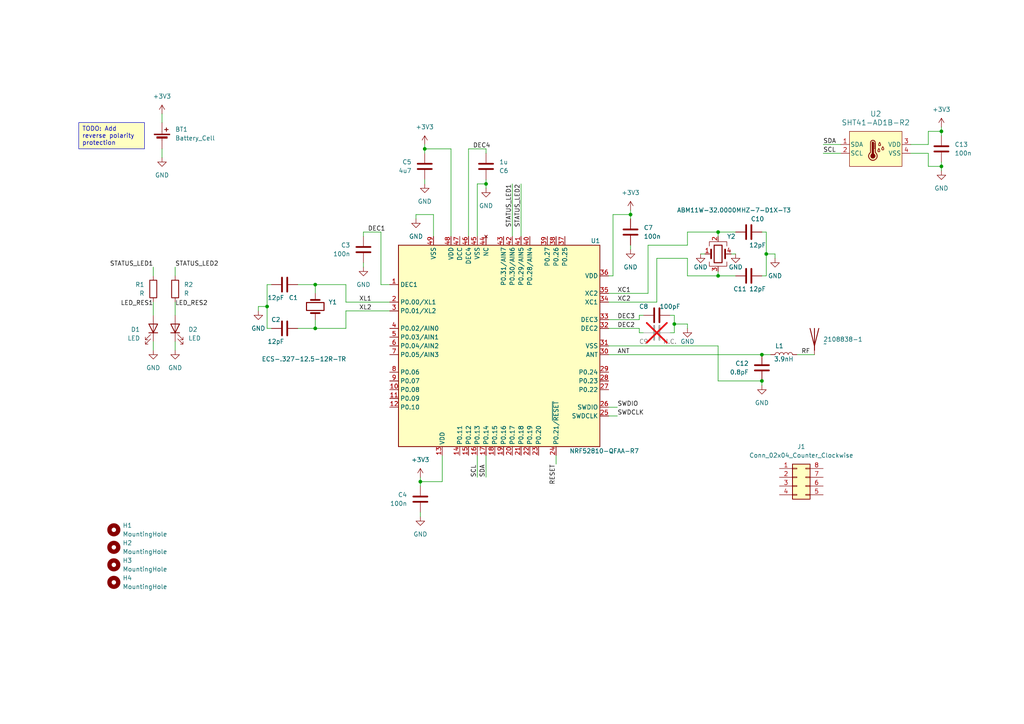
<source format=kicad_sch>
(kicad_sch (version 20230121) (generator eeschema)
  (paper "A4")
  (lib_symbols
    (symbol "Connector_Generic:Conn_02x04_Counter_Clockwise" (pin_names (offset 1.016) hide)
      (property "Reference" "J" (at 1.27 5.08 0))
      (property "Value" "Conn_02x04_Counter_Clockwise" (at 1.27 -7.62 0))
      (symbol "Conn_02x04_Counter_Clockwise_1_1"
        (rectangle (start -1.27 -4.953) (end 0 -5.207) (stroke (width 0.1524)))
        (rectangle (start -1.27 -2.413) (end 0 -2.667) (stroke (width 0.1524)))
        (rectangle (start -1.27 0.127) (end 0 -0.127) (stroke (width 0.1524)))
        (rectangle (start -1.27 2.667) (end 0 2.413) (stroke (width 0.1524)))
        (rectangle (start -1.27 3.81) (end 3.81 -6.35) (stroke (width 0.254)) (fill (type background)))
        (rectangle (start 3.81 -4.953) (end 2.54 -5.207) (stroke (width 0.1524)))
        (rectangle (start 3.81 -2.413) (end 2.54 -2.667) (stroke (width 0.1524)))
        (rectangle (start 3.81 0.127) (end 2.54 -0.127) (stroke (width 0.1524)))
        (rectangle (start 3.81 2.667) (end 2.54 2.413) (stroke (width 0.1524)))
        (pin passive line (at -5.08 2.54 0) (length 3.81) (name "Pin_1") (number "1"))
        (pin passive line (at -5.08 0 0) (length 3.81) (name "Pin_2") (number "2"))
        (pin passive line (at -5.08 -2.54 0) (length 3.81) (name "Pin_3") (number "3"))
        (pin passive line (at -5.08 -5.08 0) (length 3.81) (name "Pin_4") (number "4"))
        (pin passive line (at 7.62 -5.08 180) (length 3.81) (name "Pin_5") (number "5"))
        (pin passive line (at 7.62 -2.54 180) (length 3.81) (name "Pin_6") (number "6"))
        (pin passive line (at 7.62 0 180) (length 3.81) (name "Pin_7") (number "7"))
        (pin passive line (at 7.62 2.54 180) (length 3.81) (name "Pin_8") (number "8"))
      )
    )
    (symbol "Device:Antenna" (pin_numbers hide) (pin_names (offset 1.016) hide)
      (property "Reference" "AE" (at -1.905 1.905 0))
      (property "Value" "Antenna" (at -1.905 0 0))
      (symbol "Antenna_0_1"
        (polyline (pts (xy 0 2.54) (xy 0 -3.81)) (stroke (width 0.254)))
        (polyline (pts (xy 1.27 2.54) (xy 0 -2.54) (xy -1.27 2.54)) (stroke (width 0.254)))
      )
      (symbol "Antenna_1_1"
        (pin input line (at 0 -5.08 90) (length 2.54) (name "A") (number "1"))
      )
    )
    (symbol "Device:Battery_Cell" (pin_numbers hide) (pin_names (offset 0) hide)
      (property "Reference" "BT" (at 2.54 2.54 0))
      (property "Value" "Battery_Cell" (at 2.54 0 0))
      (symbol "Battery_Cell_0_1"
        (rectangle (start -2.286 1.778) (end 2.286 1.524) (fill (type outline)))
        (rectangle (start -1.524 1.016) (end 1.524 0.508) (fill (type outline)))
        (polyline (pts (xy 0 0.762) (xy 0 0)))
        (polyline (pts (xy 0 1.778) (xy 0 2.54)))
        (polyline (pts (xy 0.762 3.048) (xy 1.778 3.048)) (stroke (width 0.254)))
        (polyline (pts (xy 1.27 3.556) (xy 1.27 2.54)) (stroke (width 0.254)))
      )
      (symbol "Battery_Cell_1_1"
        (pin passive line (at 0 5.08 270) (length 2.54) (name "+") (number "1"))
        (pin passive line (at 0 -2.54 90) (length 2.54) (name "-") (number "2"))
      )
    )
    (symbol "Device:C" (pin_numbers hide) (pin_names (offset 0.254))
      (property "Reference" "C" (at 0.635 2.54 0))
      (property "Value" "C" (at 0.635 -2.54 0))
      (symbol "C_0_1"
        (polyline (pts (xy -2.032 -0.762) (xy 2.032 -0.762)) (stroke (width 0.508)))
        (polyline (pts (xy -2.032 0.762) (xy 2.032 0.762)) (stroke (width 0.508)))
      )
      (symbol "C_1_1"
        (pin passive line (at 0 3.81 270) (length 2.794) (name "~") (number "1"))
        (pin passive line (at 0 -3.81 90) (length 2.794) (name "~") (number "2"))
      )
    )
    (symbol "Device:Crystal" (pin_numbers hide) (pin_names (offset 1.016) hide)
      (property "Reference" "Y" (at 0 3.81 0))
      (property "Value" "Crystal" (at 0 -3.81 0))
      (symbol "Crystal_0_1"
        (rectangle (start -1.143 2.54) (end 1.143 -2.54) (stroke (width 0.3048)))
        (polyline (pts (xy -2.54 0) (xy -1.905 0)))
        (polyline (pts (xy -1.905 -1.27) (xy -1.905 1.27)) (stroke (width 0.508)))
        (polyline (pts (xy 1.905 -1.27) (xy 1.905 1.27)) (stroke (width 0.508)))
        (polyline (pts (xy 2.54 0) (xy 1.905 0)))
      )
      (symbol "Crystal_1_1"
        (pin passive line (at -3.81 0 0) (length 1.27) (name "1") (number "1"))
        (pin passive line (at 3.81 0 180) (length 1.27) (name "2") (number "2"))
      )
    )
    (symbol "Device:Crystal_GND23" (pin_names (offset 1.016) hide)
      (property "Reference" "Y" (at 3.175 5.08 0))
      (property "Value" "Crystal_GND23" (at 3.175 3.175 0))
      (symbol "Crystal_GND23_0_1"
        (rectangle (start -1.143 2.54) (end 1.143 -2.54) (stroke (width 0.3048)))
        (polyline (pts (xy -2.54 0) (xy -2.032 0)))
        (polyline (pts (xy -2.032 -1.27) (xy -2.032 1.27)) (stroke (width 0.508)))
        (polyline (pts (xy 0 -3.81) (xy 0 -3.556)))
        (polyline (pts (xy 0 3.556) (xy 0 3.81)))
        (polyline (pts (xy 2.032 -1.27) (xy 2.032 1.27)) (stroke (width 0.508)))
        (polyline (pts (xy 2.032 0) (xy 2.54 0)))
        (polyline (pts (xy -2.54 -2.286) (xy -2.54 -3.556) (xy 2.54 -3.556) (xy 2.54 -2.286)))
        (polyline (pts (xy -2.54 2.286) (xy -2.54 3.556) (xy 2.54 3.556) (xy 2.54 2.286)))
      )
      (symbol "Crystal_GND23_1_1"
        (pin passive line (at -3.81 0 0) (length 1.27) (name "1") (number "1"))
        (pin passive line (at 0 5.08 270) (length 1.27) (name "2") (number "2"))
        (pin passive line (at 0 -5.08 90) (length 1.27) (name "3") (number "3"))
        (pin passive line (at 3.81 0 180) (length 1.27) (name "4") (number "4"))
      )
    )
    (symbol "Device:L" (pin_numbers hide) (pin_names (offset 1.016) hide)
      (property "Reference" "L" (at -1.27 0 90))
      (property "Value" "L" (at 1.905 0 90))
      (symbol "L_0_1"
        (arc (start 0 -2.54) (mid 0.6323 -1.905) (end 0 -1.27))
        (arc (start 0 -1.27) (mid 0.6323 -0.635) (end 0 0))
        (arc (start 0 0) (mid 0.6323 0.635) (end 0 1.27))
        (arc (start 0 1.27) (mid 0.6323 1.905) (end 0 2.54))
      )
      (symbol "L_1_1"
        (pin passive line (at 0 3.81 270) (length 1.27) (name "1") (number "1"))
        (pin passive line (at 0 -3.81 90) (length 1.27) (name "2") (number "2"))
      )
    )
    (symbol "Device:LED" (pin_numbers hide) (pin_names (offset 1.016) hide)
      (property "Reference" "D" (at 0 2.54 0))
      (property "Value" "LED" (at 0 -2.54 0))
      (symbol "LED_0_1"
        (polyline (pts (xy -1.27 -1.27) (xy -1.27 1.27)) (stroke (width 0.254)))
        (polyline (pts (xy -1.27 0) (xy 1.27 0)))
        (polyline (pts (xy 1.27 -1.27) (xy 1.27 1.27) (xy -1.27 0) (xy 1.27 -1.27)) (stroke (width 0.254)))
        (polyline (pts (xy -3.048 -0.762) (xy -4.572 -2.286) (xy -3.81 -2.286) (xy -4.572 -2.286) (xy -4.572 -1.524)))
        (polyline (pts (xy -1.778 -0.762) (xy -3.302 -2.286) (xy -2.54 -2.286) (xy -3.302 -2.286) (xy -3.302 -1.524)))
      )
      (symbol "LED_1_1"
        (pin passive line (at -3.81 0 0) (length 2.54) (name "K") (number "1"))
        (pin passive line (at 3.81 0 180) (length 2.54) (name "A") (number "2"))
      )
    )
    (symbol "Device:R" (pin_numbers hide) (pin_names (offset 0))
      (property "Reference" "R" (at 2.032 0 90))
      (property "Value" "R" (at 0 0 90))
      (symbol "R_0_1"
        (rectangle (start -1.016 -2.54) (end 1.016 2.54) (stroke (width 0.254)))
      )
      (symbol "R_1_1"
        (pin passive line (at 0 3.81 270) (length 1.27) (name "~") (number "1"))
        (pin passive line (at 0 -3.81 90) (length 1.27) (name "~") (number "2"))
      )
    )
    (symbol "Mechanical:MountingHole" (pin_names (offset 1.016))
      (property "Reference" "H" (at 0 5.08 0))
      (property "Value" "MountingHole" (at 0 3.175 0))
      (symbol "MountingHole_0_1"
        (circle (center 0 0) (radius 1.27) (stroke (width 1.27)))
      )
    )
    (symbol "encyclopedia_galactica:NRF52810-QFAA-R7"
      (property "Reference" "U" (at 0 54.61 0))
      (property "Value" "NRF52810-QFAA-R7" (at 0 52.07 0))
      (symbol "NRF52810-QFAA-R7_0_1"
        (rectangle (start -29.21 29.21) (end 29.21 -29.21) (stroke (width 0.254)) (fill (type background)))
      )
      (symbol "NRF52810-QFAA-R7_1_1"
        (pin passive line (at -31.75 17.78 0) (length 2.54) (name "DEC1") (number "1"))
        (pin bidirectional line (at -31.75 -12.7 0) (length 2.54) (name "P0.08") (number "10"))
        (pin bidirectional line (at -31.75 -15.24 0) (length 2.54) (name "P0.09") (number "11"))
        (pin bidirectional line (at -31.75 -17.78 0) (length 2.54) (name "P0.10") (number "12"))
        (pin power_in line (at -16.51 -31.75 90) (length 2.54) (name "VDD") (number "13"))
        (pin bidirectional line (at -11.43 -31.75 90) (length 2.54) (name "P0.11") (number "14"))
        (pin bidirectional line (at -8.89 -31.75 90) (length 2.54) (name "P0.12") (number "15"))
        (pin bidirectional line (at -6.35 -31.75 90) (length 2.54) (name "P0.13") (number "16"))
        (pin bidirectional line (at -3.81 -31.75 90) (length 2.54) (name "P0.14") (number "17"))
        (pin bidirectional line (at -1.27 -31.75 90) (length 2.54) (name "P0.15") (number "18"))
        (pin bidirectional line (at 1.27 -31.75 90) (length 2.54) (name "P0.16") (number "19"))
        (pin bidirectional line (at -31.75 12.7 0) (length 2.54) (name "P0.00/XL1") (number "2"))
        (pin bidirectional line (at 3.81 -31.75 90) (length 2.54) (name "P0.17") (number "20"))
        (pin bidirectional line (at 6.35 -31.75 90) (length 2.54) (name "P0.18") (number "21"))
        (pin bidirectional line (at 8.89 -31.75 90) (length 2.54) (name "P0.19") (number "22"))
        (pin bidirectional line (at 11.43 -31.75 90) (length 2.54) (name "P0.20") (number "23"))
        (pin bidirectional line (at 16.51 -31.75 90) (length 2.54) (name "P0.21/~{RESET}") (number "24"))
        (pin input line (at 31.75 -20.32 180) (length 2.54) (name "SWDCLK") (number "25"))
        (pin bidirectional line (at 31.75 -17.78 180) (length 2.54) (name "SWDIO") (number "26"))
        (pin bidirectional line (at 31.75 -12.7 180) (length 2.54) (name "P0.22") (number "27"))
        (pin bidirectional line (at 31.75 -10.16 180) (length 2.54) (name "P0.23") (number "28"))
        (pin bidirectional line (at 31.75 -7.62 180) (length 2.54) (name "P0.24") (number "29"))
        (pin bidirectional line (at -31.75 10.16 0) (length 2.54) (name "P0.01/XL2") (number "3"))
        (pin passive line (at 31.75 -2.54 180) (length 2.54) (name "ANT") (number "30"))
        (pin power_in line (at 31.75 0 180) (length 2.54) (name "VSS") (number "31"))
        (pin passive line (at 31.75 5.08 180) (length 2.54) (name "DEC2") (number "32"))
        (pin passive line (at 31.75 7.62 180) (length 2.54) (name "DEC3") (number "33"))
        (pin input line (at 31.75 12.7 180) (length 2.54) (name "XC1") (number "34"))
        (pin input line (at 31.75 15.24 180) (length 2.54) (name "XC2") (number "35"))
        (pin passive line (at 31.75 20.32 180) (length 2.54) (name "VDD") (number "36"))
        (pin bidirectional line (at 19.05 31.75 270) (length 2.54) (name "P0.25") (number "37"))
        (pin bidirectional line (at 16.51 31.75 270) (length 2.54) (name "P0.26") (number "38"))
        (pin bidirectional line (at 13.97 31.75 270) (length 2.54) (name "P0.27") (number "39"))
        (pin bidirectional line (at -31.75 5.08 0) (length 2.54) (name "P0.02/AIN0") (number "4"))
        (pin bidirectional line (at 8.89 31.75 270) (length 2.54) (name "P0.28/AIN4") (number "40"))
        (pin bidirectional line (at 6.35 31.75 270) (length 2.54) (name "P0.29/AIN5") (number "41"))
        (pin bidirectional line (at 3.81 31.75 270) (length 2.54) (name "P0.30/AIN6") (number "42"))
        (pin bidirectional line (at 1.27 31.75 270) (length 2.54) (name "P0.31/AIN7") (number "43"))
        (pin no_connect line (at -3.81 31.75 270) (length 2.54) (name "NC") (number "44"))
        (pin passive line (at -6.35 31.75 270) (length 2.54) (name "VSS") (number "45"))
        (pin passive line (at -8.89 31.75 270) (length 2.54) (name "DEC4") (number "46"))
        (pin power_out line (at -11.43 31.75 270) (length 2.54) (name "DCC") (number "47"))
        (pin passive line (at -13.97 31.75 270) (length 2.54) (name "VDD") (number "48"))
        (pin passive line (at -19.05 31.75 270) (length 2.54) (name "VSS") (number "49"))
        (pin bidirectional line (at -31.75 2.54 0) (length 2.54) (name "P0.03/AIN1") (number "5"))
        (pin bidirectional line (at -31.75 0 0) (length 2.54) (name "P0.04/AIN2") (number "6"))
        (pin bidirectional line (at -31.75 -2.54 0) (length 2.54) (name "P0.05/AIN3") (number "7"))
        (pin bidirectional line (at -31.75 -7.62 0) (length 2.54) (name "P0.06") (number "8"))
        (pin bidirectional line (at -31.75 -10.16 0) (length 2.54) (name "P0.07") (number "9"))
      )
    )
    (symbol "encyclopedia_galactica:SHT41-AD1B-R2" (pin_names (offset 0.254))
      (property "Reference" "U" (at 0 13.97 0))
      (property "Value" "SHT41-AD1B-R2" (at 0 11.43 0))
      (symbol "SHT41-AD1B-R2_0_0"
        (polyline (pts (xy -0.7782 -2.7679) (xy -0.7538 -2.7614) (xy -0.6273 -2.7452) (xy -0.5713 -2.733) (xy -0.4386 -2.65) (xy -0.3005 -2.5149) (xy -0.1862 -2.3589) (xy -0.1253 -2.2133) (xy -0.1122 -1.9777) (xy -0.1841 -1.7536) (xy -0.3553 -1.5359) (xy -0.5465 -1.3446) (xy -0.5465 0.2882) (xy -0.5465 1.9209) (xy -0.6855 2.012) (xy -0.7691 2.0613) (xy -0.8546 2.0708) (xy -0.9634 2.012) (xy -1.1023 1.9209) (xy -1.1023 0.2767) (xy -1.1023 -1.3675) (xy -1.2424 -1.4777) (xy -1.2888 -1.5171) (xy -1.4497 -1.7284) (xy -1.5229 -1.9679) (xy -1.5126 -2.2124) (xy -1.4228 -2.4384) (xy -1.2576 -2.6226) (xy -1.0211 -2.7416) (xy -0.8813 -2.7694) (xy -0.7782 -2.7679)) (stroke (width 0.01)) (fill (type outline)))
        (polyline (pts (xy 2.1727 -0.3391) (xy 2.3119 -0.2679) (xy 2.3683 -0.175) (xy 2.3992 -0.0278) (xy 2.3871 0.0546) (xy 2.337 0.2108) (xy 2.2619 0.3868) (xy 2.177 0.5511) (xy 2.0973 0.6727) (xy 2.0379 0.7202) (xy 1.9994 0.6955) (xy 1.9245 0.5928) (xy 1.8393 0.4391) (xy 1.7593 0.2658) (xy 1.6999 0.1045) (xy 1.6767 -0.0135) (xy 1.6805 -0.0349) (xy 1.7878 -0.0349) (xy 1.7977 0.0177) (xy 1.8421 0.1542) (xy 1.9103 0.3256) (xy 2.0328 0.6103) (xy 2.1597 0.3359) (xy 2.2226 0.1922) (xy 2.2764 0.0231) (xy 2.275 -0.0919) (xy 2.2213 -0.1774) (xy 2.1655 -0.214) (xy 2.0379 -0.2441) (xy 1.9584 -0.2324) (xy 1.8367 -0.1559) (xy 1.7878 -0.0349) (xy 1.6805 -0.0349) (xy 1.6952 -0.1171) (xy 1.7686 -0.2536) (xy 1.8305 -0.3015) (xy 1.9945 -0.3498) (xy 2.1727 -0.3391)) (stroke (width 0.01)) (fill (type outline)))
        (polyline (pts (xy 1.2779 0.8852) (xy 1.3876 0.9342) (xy 1.439 1.0346) (xy 1.4494 1.2197) (xy 1.4056 1.4476) (xy 1.3104 1.6903) (xy 1.2438 1.815) (xy 1.1682 1.9333) (xy 1.1209 1.9791) (xy 1.087 1.9506) (xy 1.016 1.8457) (xy 0.9313 1.6903) (xy 0.8493 1.4902) (xy 0.7962 1.2577) (xy 0.7964 1.2083) (xy 0.8985 1.2083) (xy 0.907 1.2863) (xy 0.947 1.4367) (xy 1.0063 1.5899) (xy 1.0699 1.7089) (xy 1.1227 1.7568) (xy 1.1687 1.7194) (xy 1.2295 1.6057) (xy 1.286 1.4514) (xy 1.3252 1.2933) (xy 1.3338 1.1679) (xy 1.3235 1.1054) (xy 1.2709 1.0212) (xy 1.1467 0.9899) (xy 1.1356 0.9889) (xy 0.987 0.994) (xy 0.9164 1.0597) (xy 0.8985 1.2083) (xy 0.7964 1.2083) (xy 0.7968 1.063) (xy 0.8541 0.9342) (xy 0.9555 0.8871) (xy 1.116 0.8695) (xy 1.2779 0.8852)) (stroke (width 0.01)) (fill (type outline)))
        (polyline (pts (xy 1.1245 -0.8535) (xy 1.1312 -0.8498) (xy 1.2085 -0.7577) (xy 1.2315 -0.5895) (xy 1.2238 -0.507) (xy 1.1823 -0.3342) (xy 1.116 -0.1464) (xy 1.038 0.0259) (xy 0.9612 0.1517) (xy 0.8985 0.2005) (xy 0.864 0.1827) (xy 0.7914 0.0847) (xy 0.7123 -0.0722) (xy 0.6397 -0.2572) (xy 0.5864 -0.4397) (xy 0.5682 -0.5702) (xy 0.6762 -0.5702) (xy 0.6847 -0.4923) (xy 0.7246 -0.3419) (xy 0.784 -0.1887) (xy 0.8476 -0.0697) (xy 0.9004 -0.0218) (xy 0.9464 -0.0591) (xy 1.0072 -0.1728) (xy 1.0637 -0.3271) (xy 1.1029 -0.4853) (xy 1.1115 -0.6106) (xy 1.1012 -0.6731) (xy 1.0485 -0.7574) (xy 0.9243 -0.7887) (xy 0.9133 -0.7897) (xy 0.7647 -0.7846) (xy 0.6941 -0.7188) (xy 0.6762 -0.5702) (xy 0.5682 -0.5702) (xy 0.5656 -0.5887) (xy 0.5845 -0.7427) (xy 0.6623 -0.851) (xy 0.7257 -0.88) (xy 0.9286 -0.906) (xy 1.1245 -0.8535)) (stroke (width 0.01)) (fill (type outline)))
        (polyline (pts (xy -0.5545 -3.3797) (xy -0.2175 -3.2426) (xy 0.0945 -2.9972) (xy 0.1243 -2.9669) (xy 0.3463 -2.6832) (xy 0.4707 -2.3844) (xy 0.5089 -2.044) (xy 0.476 -1.8294) (xy 0.3828 -1.5698) (xy 0.2505 -1.3237) (xy 0.1 -1.1376) (xy -0.0463 -1.0029) (xy -0.0464 0.4742) (xy -0.0467 0.7893) (xy -0.0488 1.1761) (xy -0.0534 1.4752) (xy -0.0614 1.7005) (xy -0.0736 1.8661) (xy -0.0909 1.986) (xy -0.1139 2.0742) (xy -0.1437 2.1447) (xy -0.2598 2.3183) (xy -0.4689 2.4887) (xy -0.7142 2.5745) (xy -0.9722 2.5687) (xy -1.2192 2.4643) (xy -1.2384 2.4513) (xy -1.3421 2.3751) (xy -1.424 2.294) (xy -1.4867 2.1948) (xy -1.5327 2.0641) (xy -1.5646 1.8887) (xy -1.585 1.6553) (xy -1.5964 1.3506) (xy -1.6014 0.9613) (xy -1.6025 0.4742) (xy -1.6026 -1.0029) (xy -1.7489 -1.1376) (xy -1.8907 -1.3105) (xy -2.0247 -1.5544) (xy -2.1208 -1.8145) (xy -2.1578 -2.044) (xy -2.1575 -2.0827) (xy -2.138 -2.2218) (xy -1.9808 -2.2218) (xy -1.9707 -1.897) (xy -1.8626 -1.5804) (xy -1.6554 -1.2905) (xy -1.4358 -1.0597) (xy -1.4358 0.4346) (xy -1.4358 0.4797) (xy -1.4346 0.9365) (xy -1.4309 1.2963) (xy -1.424 1.572) (xy -1.4133 1.7764) (xy -1.398 1.9226) (xy -1.3777 2.0235) (xy -1.3515 2.0921) (xy -1.3513 2.0925) (xy -1.216 2.2564) (xy -1.0244 2.3768) (xy -0.8244 2.4237) (xy -0.7891 2.4224) (xy -0.5709 2.3561) (xy -0.3871 2.2073) (xy -0.2603 2.0002) (xy -0.2131 1.7595) (xy -0.2144 1.7118) (xy -0.2434 1.6157) (xy -0.3242 1.59) (xy -0.389 1.5745) (xy -0.4354 1.5066) (xy -0.4147 1.458) (xy -0.3242 1.4233) (xy -0.2391 1.3933) (xy -0.2131 1.2843) (xy -0.237 1.1779) (xy -0.3242 1.1454) (xy -0.389 1.1299) (xy -0.4354 1.062) (xy -0.4147 1.0134) (xy -0.3242 0.9786) (xy -0.2391 0.9486) (xy -0.2131 0.8397) (xy -0.237 0.7333) (xy -0.3242 0.7007) (xy -0.389 0.6853) (xy -0.4354 0.6174) (xy -0.4147 0.5687) (xy -0.3242 0.534) (xy -0.2391 0.504) (xy -0.2131 0.395) (xy -0.237 0.2887) (xy -0.3242 0.2561) (xy -0.389 0.2406) (xy -0.4354 0.1727) (xy -0.4147 0.1241) (xy -0.3242 0.0894) (xy -0.3128 0.0892) (xy -0.2667 0.0778) (xy -0.2375 0.0345) (xy -0.2213 -0.0606) (xy -0.2145 -0.2272) (xy -0.2131 -0.4852) (xy -0.2131 -1.0597) (xy 0.0065 -1.2905) (xy 0.1132 -1.418) (xy 0.2758 -1.7239) (xy 0.3386 -2.0486) (xy 0.3025 -2.3736) (xy 0.168 -2.6806) (xy -0.0639 -2.9511) (xy -0.1168 -2.9941) (xy -0.3007 -3.1115) (xy -0.4755 -3.1865) (xy -0.586 -3.2131) (xy -0.9384 -3.2355) (xy -1.2628 -3.1514) (xy -1.568 -2.9592) (xy -1.7106 -2.8208) (xy -1.8938 -2.5359) (xy -1.9808 -2.2218) (xy -2.138 -2.2218) (xy -2.1106 -2.4174) (xy -1.9764 -2.7137) (xy -1.7434 -2.9978) (xy -1.5826 -3.142) (xy -1.4085 -3.2682) (xy -1.2691 -3.3395) (xy -0.9161 -3.4084) (xy -0.5545 -3.3797)) (stroke (width 0.01)) (fill (type outline)))
      )
      (symbol "SHT41-AD1B-R2_1_1"
        (rectangle (start -7.62 5.08) (end 7.62 -5.08) (fill (type background)))
        (pin bidirectional line (at -10.16 1.27 0) (length 2.54) (name "SDA") (number "1"))
        (pin input line (at -10.16 -1.27 0) (length 2.54) (name "SCL") (number "2"))
        (pin power_in line (at 10.16 1.27 180) (length 2.54) (name "VDD") (number "3"))
        (pin power_out line (at 10.16 -1.27 180) (length 2.54) (name "VSS") (number "4"))
      )
    )
    (symbol "power:+3V3" (power) (pin_names (offset 0))
      (property "Value" "+3V3" (at 0 3.556 0))
      (symbol "+3V3_0_1"
        (polyline (pts (xy -0.762 1.27) (xy 0 2.54)))
        (polyline (pts (xy 0 0) (xy 0 2.54)))
        (polyline (pts (xy 0 2.54) (xy 0.762 1.27)))
      )
      (symbol "+3V3_1_1"
        (pin power_in line (at 0 0 90) (length 0) hide (name "+3V3") (number "1"))
      )
    )
    (symbol "power:GND" (power) (pin_names (offset 0))
      (property "Value" "GND" (at 0 -3.81 0))
      (symbol "GND_0_1"
        (polyline (pts (xy 0 0) (xy 0 -1.27) (xy 1.27 -1.27) (xy 0 -2.54) (xy -1.27 -1.27) (xy 0 -1.27)))
      )
      (symbol "GND_1_1"
        (pin power_in line (at 0 0 270) (length 0) hide (name "GND") (number "1"))
      )
    )
  )
  (junction (at 208.28 67.31))
  (junction (at 220.98 110.49))
  (junction (at 140.97 53.34))
  (junction (at 220.98 102.87))
  (junction (at 91.44 95.25))
  (junction (at 273.05 48.26))
  (junction (at 121.92 139.7))
  (junction (at 182.88 62.23))
  (junction (at 208.28 80.01))
  (junction (at 77.47 88.9))
  (junction (at 195.58 93.98))
  (junction (at 91.44 82.55))
  (junction (at 273.05 38.1))
  (junction (at 222.25 73.66))
  (junction (at 123.19 43.18))
  (wire (pts (xy 105.41 76.2) (xy 105.41 77.47)))
  (wire (pts (xy 77.47 95.25) (xy 77.47 88.9)))
  (wire (pts (xy 140.97 52.07) (xy 140.97 53.34)))
  (wire (pts (xy 208.28 80.01) (xy 208.28 78.74)))
  (wire (pts (xy 138.43 132.08) (xy 138.43 138.43)))
  (wire (pts (xy 177.8 80.01) (xy 176.53 80.01)))
  (wire (pts (xy 238.76 44.45) (xy 243.84 44.45)))
  (wire (pts (xy 187.96 71.12) (xy 187.96 85.09)))
  (wire (pts (xy 123.19 52.07) (xy 123.19 53.34)))
  (wire (pts (xy 199.39 93.98) (xy 195.58 93.98)))
  (wire (pts (xy 190.5 74.93) (xy 199.39 74.93)))
  (wire (pts (xy 273.05 36.83) (xy 273.05 38.1)))
  (wire (pts (xy 91.44 82.55) (xy 91.44 85.09)))
  (wire (pts (xy 100.33 82.55) (xy 100.33 87.63)))
  (wire (pts (xy 231.14 102.87) (xy 236.22 102.87)))
  (wire (pts (xy 46.99 43.18) (xy 46.99 45.72)))
  (wire (pts (xy 148.59 53.34) (xy 148.59 68.58)))
  (wire (pts (xy 269.24 38.1) (xy 273.05 38.1)))
  (wire (pts (xy 222.25 80.01) (xy 222.25 73.66)))
  (wire (pts (xy 100.33 90.17) (xy 113.03 90.17)))
  (wire (pts (xy 186.69 96.52) (xy 185.42 96.52)))
  (wire (pts (xy 151.13 53.34) (xy 151.13 68.58)))
  (wire (pts (xy 44.45 77.47) (xy 44.45 80.01)))
  (wire (pts (xy 78.74 95.25) (xy 77.47 95.25)))
  (wire (pts (xy 121.92 148.59) (xy 121.92 149.86)))
  (wire (pts (xy 105.41 68.58) (xy 105.41 67.31)))
  (wire (pts (xy 46.99 33.02) (xy 46.99 35.56)))
  (wire (pts (xy 128.27 139.7) (xy 121.92 139.7)))
  (wire (pts (xy 110.49 82.55) (xy 110.49 67.31)))
  (wire (pts (xy 110.49 67.31) (xy 105.41 67.31)))
  (wire (pts (xy 199.39 95.25) (xy 199.39 93.98)))
  (wire (pts (xy 220.98 102.87) (xy 223.52 102.87)))
  (wire (pts (xy 195.58 93.98) (xy 195.58 96.52)))
  (wire (pts (xy 269.24 41.91) (xy 269.24 38.1)))
  (wire (pts (xy 140.97 132.08) (xy 140.97 138.43)))
  (wire (pts (xy 182.88 60.96) (xy 182.88 62.23)))
  (wire (pts (xy 273.05 38.1) (xy 273.05 39.37)))
  (wire (pts (xy 208.28 67.31) (xy 199.39 67.31)))
  (wire (pts (xy 204.47 73.66) (xy 203.2 73.66)))
  (wire (pts (xy 135.89 43.18) (xy 135.89 68.58)))
  (wire (pts (xy 186.69 91.44) (xy 185.42 91.44)))
  (wire (pts (xy 121.92 139.7) (xy 121.92 140.97)))
  (wire (pts (xy 130.81 43.18) (xy 123.19 43.18)))
  (wire (pts (xy 194.31 91.44) (xy 195.58 91.44)))
  (wire (pts (xy 121.92 138.43) (xy 121.92 139.7)))
  (wire (pts (xy 176.53 100.33) (xy 208.28 100.33)))
  (wire (pts (xy 74.93 90.17) (xy 74.93 88.9)))
  (wire (pts (xy 176.53 102.87) (xy 220.98 102.87)))
  (wire (pts (xy 86.36 82.55) (xy 91.44 82.55)))
  (wire (pts (xy 123.19 41.91) (xy 123.19 43.18)))
  (wire (pts (xy 130.81 68.58) (xy 130.81 43.18)))
  (wire (pts (xy 190.5 74.93) (xy 190.5 87.63)))
  (wire (pts (xy 208.28 67.31) (xy 208.28 68.58)))
  (wire (pts (xy 222.25 67.31) (xy 220.98 67.31)))
  (wire (pts (xy 199.39 80.01) (xy 208.28 80.01)))
  (wire (pts (xy 50.8 99.06) (xy 50.8 101.6)))
  (wire (pts (xy 161.29 132.08) (xy 161.29 134.62)))
  (wire (pts (xy 208.28 100.33) (xy 208.28 110.49)))
  (wire (pts (xy 213.36 73.66) (xy 212.09 73.66)))
  (wire (pts (xy 182.88 62.23) (xy 182.88 63.5)))
  (wire (pts (xy 208.28 110.49) (xy 220.98 110.49)))
  (wire (pts (xy 91.44 95.25) (xy 100.33 95.25)))
  (wire (pts (xy 176.53 95.25) (xy 185.42 95.25)))
  (wire (pts (xy 182.88 71.12) (xy 182.88 72.39)))
  (wire (pts (xy 273.05 48.26) (xy 273.05 49.53)))
  (wire (pts (xy 123.19 43.18) (xy 123.19 44.45)))
  (wire (pts (xy 224.79 74.93) (xy 224.79 73.66)))
  (wire (pts (xy 44.45 99.06) (xy 44.45 101.6)))
  (wire (pts (xy 125.73 62.23) (xy 120.65 62.23)))
  (wire (pts (xy 44.45 87.63) (xy 44.45 91.44)))
  (wire (pts (xy 91.44 82.55) (xy 100.33 82.55)))
  (wire (pts (xy 176.53 92.71) (xy 185.42 92.71)))
  (wire (pts (xy 177.8 62.23) (xy 182.88 62.23)))
  (wire (pts (xy 140.97 43.18) (xy 140.97 44.45)))
  (wire (pts (xy 194.31 96.52) (xy 195.58 96.52)))
  (wire (pts (xy 220.98 80.01) (xy 222.25 80.01)))
  (wire (pts (xy 100.33 95.25) (xy 100.33 90.17)))
  (wire (pts (xy 140.97 53.34) (xy 140.97 54.61)))
  (wire (pts (xy 176.53 120.65) (xy 179.07 120.65)))
  (wire (pts (xy 77.47 88.9) (xy 77.47 82.55)))
  (wire (pts (xy 135.89 43.18) (xy 140.97 43.18)))
  (wire (pts (xy 50.8 87.63) (xy 50.8 91.44)))
  (wire (pts (xy 273.05 46.99) (xy 273.05 48.26)))
  (wire (pts (xy 190.5 87.63) (xy 176.53 87.63)))
  (wire (pts (xy 185.42 95.25) (xy 185.42 96.52)))
  (wire (pts (xy 199.39 67.31) (xy 199.39 71.12)))
  (wire (pts (xy 220.98 110.49) (xy 220.98 111.76)))
  (wire (pts (xy 264.16 41.91) (xy 269.24 41.91)))
  (wire (pts (xy 222.25 73.66) (xy 222.25 67.31)))
  (wire (pts (xy 138.43 53.34) (xy 140.97 53.34)))
  (wire (pts (xy 224.79 73.66) (xy 222.25 73.66)))
  (wire (pts (xy 269.24 44.45) (xy 269.24 48.26)))
  (wire (pts (xy 120.65 62.23) (xy 120.65 63.5)))
  (wire (pts (xy 125.73 68.58) (xy 125.73 62.23)))
  (wire (pts (xy 113.03 82.55) (xy 110.49 82.55)))
  (wire (pts (xy 50.8 77.47) (xy 50.8 80.01)))
  (wire (pts (xy 199.39 80.01) (xy 199.39 74.93)))
  (wire (pts (xy 213.36 67.31) (xy 208.28 67.31)))
  (wire (pts (xy 264.16 44.45) (xy 269.24 44.45)))
  (wire (pts (xy 195.58 91.44) (xy 195.58 93.98)))
  (wire (pts (xy 91.44 92.71) (xy 91.44 95.25)))
  (wire (pts (xy 238.76 41.91) (xy 243.84 41.91)))
  (wire (pts (xy 86.36 95.25) (xy 91.44 95.25)))
  (wire (pts (xy 269.24 48.26) (xy 273.05 48.26)))
  (wire (pts (xy 128.27 132.08) (xy 128.27 139.7)))
  (wire (pts (xy 177.8 62.23) (xy 177.8 80.01)))
  (wire (pts (xy 138.43 53.34) (xy 138.43 68.58)))
  (wire (pts (xy 176.53 118.11) (xy 179.07 118.11)))
  (wire (pts (xy 100.33 87.63) (xy 113.03 87.63)))
  (wire (pts (xy 187.96 71.12) (xy 199.39 71.12)))
  (wire (pts (xy 74.93 88.9) (xy 77.47 88.9)))
  (wire (pts (xy 213.36 80.01) (xy 208.28 80.01)))
  (wire (pts (xy 176.53 85.09) (xy 187.96 85.09)))
  (wire (pts (xy 77.47 82.55) (xy 78.74 82.55)))
  (wire (pts (xy 185.42 91.44) (xy 185.42 92.71)))
  (text_box "TODO: Add reverse polarity protection" (at 22.86 35.56 0) (size 19.05 7.62) (fill (type color) (color 255 255 194 1)) (effects (font (size 1.27 1.27)) (justify left top)))
  (label "ANT" (at 179.07 102.87 0))
  (label "SDA" (at 238.76 41.91 0))
  (label "SWDIO" (at 179.07 118.11 0))
  (label "XC1" (at 179.07 85.09 0))
  (label "STATUS_LED1" (at 44.45 77.47 180))
  (label "SCL" (at 138.43 138.43 90))
  (label "DEC3" (at 179.07 92.71 0))
  (label "RF" (at 232.41 102.87 0))
  (label "STATUS_LED2" (at 151.13 53.34 270))
  (label "XL2" (at 104.14 90.17 0))
  (label "DEC2" (at 179.07 95.25 0))
  (label "LED_RES1" (at 44.45 88.9 180))
  (label "DEC1" (at 106.68 67.31 0))
  (label "SDA" (at 140.97 138.43 90))
  (label "SCL" (at 238.76 44.45 0))
  (label "STATUS_LED2" (at 50.8 77.47 0))
  (label "SWDCLK" (at 179.07 120.65 0))
  (label "STATUS_LED1" (at 148.59 53.34 270))
  (label "DEC4" (at 137.16 43.18 0))
  (label "XL1" (at 104.14 87.63 0))
  (label "XC2" (at 179.07 87.63 0))
  (label "LED_RES2" (at 50.8 88.9 0))
  (label "RESET" (at 161.29 134.62 270))
  (symbol (lib_id "power:GND") (at 203.2 73.66 0) (mirror y) (unit 1)
    (property "Reference" "#PWR016" (effects hide))
    (property "Value" "GND" (at 203.2 77.47 0))
  )
  (symbol (lib_id "Device:LED") (at 44.45 95.25 270) (mirror x) (unit 1)
    (property "Reference" "D1" (at 40.64 95.5675 90) (effects (justify right)))
    (property "Value" "LED" (at 40.64 98.1075 90) (effects (justify right)))
    (property "Footprint" "Resistor_SMD:R_0603_1608Metric" (effects hide))
  )
  (symbol (lib_id "power:+3V3") (at 273.05 36.83 0) (unit 1)
    (property "Reference" "#PWR020" (effects hide))
    (property "Value" "+3V3" (at 273.05 31.75 0))
  )
  (symbol (lib_id "Device:C") (at 82.55 95.25 270) (unit 1)
    (property "Reference" "C2" (at 80.01 92.71 90))
    (property "Value" "12pF" (at 80.01 99.06 90))
    (property "Footprint" "Capacitor_SMD:C_0603_1608Metric" (effects hide))
  )
  (symbol (lib_id "power:GND") (at 213.36 73.66 0) (mirror y) (unit 1)
    (property "Reference" "#PWR017" (effects hide))
    (property "Value" "GND" (at 213.36 77.47 0))
  )
  (symbol (lib_id "Device:C") (at 182.88 67.31 180) (unit 1)
    (property "Reference" "C7" (at 186.69 66.04 0) (effects (justify right)))
    (property "Value" "100n" (at 186.69 68.58 0) (effects (justify right)))
    (property "Footprint" "Capacitor_SMD:C_0603_1608Metric" (effects hide))
  )
  (symbol (lib_id "power:+3V3") (at 121.92 138.43 0) (unit 1)
    (property "Reference" "#PWR08" (effects hide))
    (property "Value" "+3V3" (at 121.92 133.35 0))
  )
  (symbol (lib_id "Device:C") (at 190.5 91.44 90) (unit 1)
    (property "Reference" "C8" (at 186.69 88.9 90))
    (property "Value" "100pF" (at 194.31 88.9 90))
    (property "Footprint" "Capacitor_SMD:C_0603_1608Metric" (effects hide))
  )
  (symbol (lib_id "power:GND") (at 220.98 111.76 0) (mirror y) (unit 1)
    (property "Reference" "#PWR018" (effects hide))
    (property "Value" "GND" (at 220.98 116.84 0))
  )
  (symbol (lib_id "power:GND") (at 50.8 101.6 0) (unit 1)
    (property "Reference" "#PWR04" (effects hide))
    (property "Value" "GND" (at 50.8 106.68 0))
  )
  (symbol (lib_id "power:GND") (at 273.05 49.53 0) (unit 1)
    (property "Reference" "#PWR021" (effects hide))
    (property "Value" "GND" (at 273.05 54.61 0))
  )
  (symbol (lib_id "power:GND") (at 105.41 77.47 0) (unit 1)
    (property "Reference" "#PWR06" (effects hide))
    (property "Value" "GND" (at 105.41 82.55 0))
  )
  (symbol (lib_id "Mechanical:MountingHole") (at 33.02 168.91 0) (unit 1)
    (property "Reference" "H4" (at 35.56 167.64 0) (effects (justify left)))
    (property "Value" "MountingHole" (at 35.56 170.18 0) (effects (justify left)))
    (property "Footprint" "MountingHole:MountingHole_2.2mm_M2" (effects hide))
  )
  (symbol (lib_id "power:GND") (at 123.19 53.34 0) (unit 1)
    (property "Reference" "#PWR011" (effects hide))
    (property "Value" "GND" (at 123.19 58.42 0))
  )
  (symbol (lib_id "power:+3V3") (at 182.88 60.96 0) (mirror y) (unit 1)
    (property "Reference" "#PWR013" (effects hide))
    (property "Value" "+3V3" (at 182.88 55.88 0))
  )
  (symbol (lib_id "Device:Crystal") (at 91.44 88.9 90) (unit 1)
    (property "Reference" "Y1" (at 95.25 87.63 90) (effects (justify right)))
    (property "Value" " ECS-.327-12.5-12R-TR " (at 74.93 104.14 90) (effects (justify right)))
    (property "Footprint" "encyclopedia_galactica:ECS-.327-12.5-12R-TR" (effects hide))
  )
  (symbol (lib_id "power:GND") (at 46.99 45.72 0) (unit 1)
    (property "Reference" "#PWR03" (effects hide))
    (property "Value" "GND" (at 46.99 50.8 0))
  )
  (symbol (lib_id "Device:C") (at 123.19 48.26 0) (mirror x) (unit 1)
    (property "Reference" "C5" (at 119.38 46.99 0) (effects (justify right)))
    (property "Value" "4u7" (at 119.38 49.53 0) (effects (justify right)))
    (property "Footprint" "Capacitor_SMD:C_0603_1608Metric" (effects hide))
  )
  (symbol (lib_id "Device:C") (at 82.55 82.55 270) (mirror x) (unit 1)
    (property "Reference" "C1" (at 85.09 86.36 90))
    (property "Value" "12pF" (at 80.01 86.36 90))
    (property "Footprint" "Capacitor_SMD:C_0603_1608Metric" (effects hide))
  )
  (symbol (lib_id "Device:C") (at 217.17 67.31 90) (unit 1)
    (property "Reference" "C10" (at 219.71 63.5 90))
    (property "Value" "12pF" (at 219.71 71.12 90))
    (property "Footprint" "Capacitor_SMD:C_0603_1608Metric" (effects hide))
  )
  (symbol (lib_id "encyclopedia_galactica:NRF52810-QFAA-R7") (at 144.78 100.33 0) (unit 1)
    (property "Reference" "U1" (at 172.72 69.85 0))
    (property "Value" "NRF52810-QFAA-R7" (at 175.26 130.81 0))
    (property "Footprint" "Package_DFN_QFN:QFN-48-1EP_6x6mm_P0.4mm_EP4.6x4.6mm" (effects hide))
    (property "Datasheet" "https://infocenter.nordicsemi.com/pdf/nRF52810_PS_v1.4.pdf" (effects hide))
  )
  (symbol (lib_id "power:GND") (at 121.92 149.86 0) (unit 1)
    (property "Reference" "#PWR09" (effects hide))
    (property "Value" "GND" (at 121.92 154.94 0))
  )
  (symbol (lib_id "power:GND") (at 140.97 54.61 0) (unit 1)
    (property "Reference" "#PWR012" (effects hide))
    (property "Value" "GND" (at 140.97 59.69 0))
  )
  (symbol (lib_id "power:+3V3") (at 46.99 33.02 0) (unit 1)
    (property "Reference" "#PWR02" (effects hide))
    (property "Value" "+3V3" (at 46.99 27.94 0))
  )
  (symbol (lib_id "Device:C") (at 273.05 43.18 0) (unit 1)
    (property "Reference" "C13" (at 276.86 41.91 0) (effects (justify left)))
    (property "Value" "100n" (at 276.86 44.45 0) (effects (justify left)))
    (property "Footprint" "Capacitor_SMD:C_0603_1608Metric" (effects hide))
  )
  (symbol (lib_id "Mechanical:MountingHole") (at 33.02 163.83 0) (unit 1)
    (property "Reference" "H3" (at 35.56 162.56 0) (effects (justify left)))
    (property "Value" "MountingHole" (at 35.56 165.1 0) (effects (justify left)))
    (property "Footprint" "MountingHole:MountingHole_2.2mm_M2" (effects hide))
  )
  (symbol (lib_id "Device:C") (at 105.41 72.39 0) (mirror x) (unit 1)
    (property "Reference" "C3" (at 101.6 71.12 0) (effects (justify right)))
    (property "Value" "100n" (at 101.6 73.66 0) (effects (justify right)))
    (property "Footprint" "Capacitor_SMD:C_0603_1608Metric" (effects hide))
  )
  (symbol (lib_id "Mechanical:MountingHole") (at 33.02 153.67 0) (unit 1)
    (property "Reference" "H1" (at 35.56 152.4 0) (effects (justify left)))
    (property "Value" "MountingHole" (at 35.56 154.94 0) (effects (justify left)))
    (property "Footprint" "MountingHole:MountingHole_2.2mm_M2" (effects hide))
  )
  (symbol (lib_id "power:+3V3") (at 123.19 41.91 0) (unit 1)
    (property "Reference" "#PWR010" (effects hide))
    (property "Value" "+3V3" (at 123.19 36.83 0))
  )
  (symbol (lib_id "Device:C") (at 220.98 106.68 0) (mirror x) (unit 1)
    (property "Reference" "C12" (at 217.17 105.41 0) (effects (justify right)))
    (property "Value" "0.8pF" (at 217.17 107.95 0) (effects (justify right)))
    (property "Footprint" "Capacitor_SMD:C_0603_1608Metric" (effects hide))
  )
  (symbol (lib_id "Device:R") (at 44.45 83.82 0) (mirror y) (unit 1)
    (property "Reference" "R1" (at 41.91 82.55 0) (effects (justify left)))
    (property "Value" "R" (at 41.91 85.09 0) (effects (justify left)))
    (property "Footprint" "Resistor_SMD:R_0603_1608Metric" (effects hide))
  )
  (symbol (lib_id "Mechanical:MountingHole") (at 33.02 158.75 0) (unit 1)
    (property "Reference" "H2" (at 35.56 157.48 0) (effects (justify left)))
    (property "Value" "MountingHole" (at 35.56 160.02 0) (effects (justify left)))
    (property "Footprint" "MountingHole:MountingHole_2.2mm_M2" (effects hide))
  )
  (symbol (lib_id "power:GND") (at 182.88 72.39 0) (mirror y) (unit 1)
    (property "Reference" "#PWR014" (effects hide))
    (property "Value" "GND" (at 182.88 77.47 0))
  )
  (symbol (lib_id "power:GND") (at 224.79 74.93 0) (mirror y) (unit 1)
    (property "Reference" "#PWR019" (effects hide))
    (property "Value" "GND" (at 224.79 80.01 0))
  )
  (symbol (lib_id "power:GND") (at 44.45 101.6 0) (unit 1)
    (property "Reference" "#PWR01" (effects hide))
    (property "Value" "GND" (at 44.45 106.68 0))
  )
  (symbol (lib_id "Device:C") (at 140.97 48.26 0) (mirror y) (unit 1)
    (property "Reference" "C6" (at 144.78 49.53 0) (effects (justify right)))
    (property "Value" "1u" (at 144.78 46.99 0) (effects (justify right)))
    (property "Footprint" "Capacitor_SMD:C_0603_1608Metric" (effects hide))
  )
  (symbol (lib_id "Device:Crystal_GND23") (at 208.28 73.66 0) (unit 1)
    (property "Reference" "Y2" (at 212.09 68.58 0))
    (property "Value" "ABM11W-32.0000MHZ-7-D1X-T3 " (at 213.36 60.96 0))
    (property "Footprint" "encyclopedia_galactica:ABM11W-30.0000MHZ-7-D1X-T3" (effects hide))
  )
  (symbol (lib_id "encyclopedia_galactica:SHT41-AD1B-R2") (at 254 43.18 0) (unit 1)
    (property "Reference" "U2" (at 254 33.02 0) (effects (font (size 1.524 1.524))))
    (property "Value" "SHT41-AD1B-R2" (at 254 35.56 0) (effects (font (size 1.524 1.524))))
    (property "Footprint" "encyclopedia_galactica:DFN4_SHT41_SEN" (effects hide))
    (property "Datasheet" "https://sensirion.com/media/documents/33FD6951/63E1087C/Datasheet_SHT4x_1.pdf" (effects hide))
  )
  (symbol (lib_id "power:GND") (at 199.39 95.25 0) (mirror y) (unit 1)
    (property "Reference" "#PWR015" (effects hide))
    (property "Value" "GND" (at 199.39 99.06 0))
  )
  (symbol (lib_id "Device:LED") (at 50.8 95.25 90) (unit 1)
    (property "Reference" "D2" (at 54.61 95.5675 90) (effects (justify right)))
    (property "Value" "LED" (at 54.61 98.1075 90) (effects (justify right)))
    (property "Footprint" "Resistor_SMD:R_0603_1608Metric" (effects hide))
  )
  (symbol (lib_id "Connector_Generic:Conn_02x04_Counter_Clockwise") (at 231.14 138.43 0) (unit 1)
    (property "Reference" "J1" (at 232.41 129.54 0))
    (property "Value" "Conn_02x04_Counter_Clockwise" (at 232.41 132.08 0))
    (property "Footprint" "Connector_PinHeader_2.54mm:PinHeader_2x04_P2.54mm_Vertical" (effects hide))
  )
  (symbol (lib_id "power:GND") (at 120.65 63.5 0) (unit 1)
    (property "Reference" "#PWR07" (effects hide))
    (property "Value" "GND" (at 120.65 68.58 0))
  )
  (symbol (lib_id "Device:R") (at 50.8 83.82 0) (unit 1)
    (property "Reference" "R2" (at 53.34 82.55 0) (effects (justify left)))
    (property "Value" "R" (at 53.34 85.09 0) (effects (justify left)))
    (property "Footprint" "Resistor_SMD:R_0603_1608Metric" (effects hide))
  )
  (symbol (lib_id "Device:C") (at 217.17 80.01 90) (mirror x) (unit 1)
    (property "Reference" "C11" (at 214.63 83.82 90))
    (property "Value" "12pF" (at 219.71 83.82 90))
    (property "Footprint" "Capacitor_SMD:C_0603_1608Metric" (effects hide))
  )
  (symbol (lib_id "Device:C") (at 190.5 96.52 90) (mirror x) (unit 1) (dnp yes)
    (property "Reference" "C9" (at 186.69 99.06 90))
    (property "Value" "N.C." (at 194.31 99.06 90))
    (property "Footprint" "Capacitor_SMD:C_0603_1608Metric" (effects hide))
  )
  (symbol (lib_id "Device:L") (at 227.33 102.87 90) (unit 1)
    (property "Reference" "L1" (at 226.06 100.33 90))
    (property "Value" "3.9nH" (at 227.33 104.14 90))
    (property "Footprint" "Resistor_SMD:R_0603_1608Metric" (effects hide))
  )
  (symbol (lib_id "Device:Antenna") (at 236.22 97.79 0) (unit 1)
    (property "Reference" "2108838-1" (at 238.76 98.425 0) (effects (justify left)))
    (property "Value" "~" (at 238.76 99.695 0) (effects (justify left)))
    (property "Footprint" "encyclopedia_galactica:2108838-1" (effects hide))
    (property "Datasheet" "https://www.te.com/commerce/DocumentDelivery/DDEController?Action=showdoc&DocId=Data+Sheet%7F2108838%7FA2%7Fpdf%7FEnglish%7FENG_DS_2108838_A2.pdf%7F2108838-1" (effects hide))
  )
  (symbol (lib_id "Device:C") (at 121.92 144.78 0) (mirror x) (unit 1)
    (property "Reference" "C4" (at 118.11 143.51 0) (effects (justify right)))
    (property "Value" "100n" (at 118.11 146.05 0) (effects (justify right)))
    (property "Footprint" "Capacitor_SMD:C_0603_1608Metric" (effects hide))
  )
  (symbol (lib_id "Device:Battery_Cell") (at 46.99 40.64 0) (unit 1)
    (property "Reference" "BT1" (at 50.8 37.5285 0) (effects (justify left)))
    (property "Value" "Battery_Cell" (at 50.8 40.0685 0) (effects (justify left)))
    (property "Footprint" "Battery:BatteryHolder_Keystone_3034_1x20mm" (effects hide))
  )
  (symbol (lib_id "power:GND") (at 74.93 90.17 0) (unit 1)
    (property "Reference" "#PWR05" (effects hide))
    (property "Value" "GND" (at 74.93 95.25 0))
  )
)
</source>
